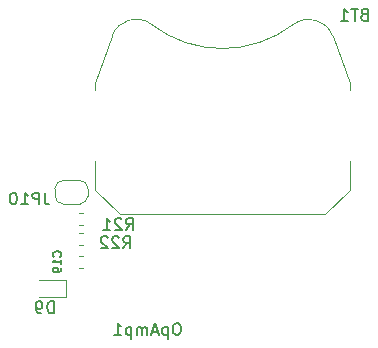
<source format=gbo>
G04 #@! TF.GenerationSoftware,KiCad,Pcbnew,(5.1.4)-1*
G04 #@! TF.CreationDate,2020-01-30T13:19:47+01:00*
G04 #@! TF.ProjectId,teensy4_header_breakout,7465656e-7379-4345-9f68-65616465725f,rev?*
G04 #@! TF.SameCoordinates,Original*
G04 #@! TF.FileFunction,Legend,Bot*
G04 #@! TF.FilePolarity,Positive*
%FSLAX46Y46*%
G04 Gerber Fmt 4.6, Leading zero omitted, Abs format (unit mm)*
G04 Created by KiCad (PCBNEW (5.1.4)-1) date 2020-01-30 13:19:47*
%MOMM*%
%LPD*%
G04 APERTURE LIST*
%ADD10C,0.120000*%
%ADD11C,0.100000*%
%ADD12C,0.150000*%
G04 APERTURE END LIST*
D10*
X129150380Y-96980680D02*
X126865380Y-96980680D01*
X129150380Y-95510680D02*
X129150380Y-96980680D01*
X126865380Y-95510680D02*
X129150380Y-95510680D01*
X130589139Y-92559600D02*
X130263581Y-92559600D01*
X130589139Y-91539600D02*
X130263581Y-91539600D01*
X130279021Y-89830180D02*
X130604579Y-89830180D01*
X130279021Y-90850180D02*
X130604579Y-90850180D01*
X128952000Y-89077040D02*
X130352000Y-89077040D01*
X131052000Y-88377040D02*
X131052000Y-87777040D01*
X130352000Y-87077040D02*
X128952000Y-87077040D01*
X128252000Y-87777040D02*
X128252000Y-88377040D01*
X128252000Y-88377040D02*
G75*
G03X128952000Y-89077040I700000J0D01*
G01*
X128952000Y-87077040D02*
G75*
G03X128252000Y-87777040I0J-700000D01*
G01*
X131052000Y-87777040D02*
G75*
G03X130352000Y-87077040I-700000J0D01*
G01*
X130352000Y-89077040D02*
G75*
G03X131052000Y-88377040I0J700000D01*
G01*
X130650199Y-94477300D02*
X130324641Y-94477300D01*
X130650199Y-93457300D02*
X130324641Y-93457300D01*
D11*
X153215580Y-79428080D02*
X153215580Y-78798080D01*
X153215580Y-87888080D02*
X153215580Y-85428080D01*
X131655580Y-79428080D02*
X131655580Y-78798080D01*
X131655580Y-87888080D02*
X131655580Y-85428080D01*
X151760824Y-74839911D02*
G75*
G03X148435580Y-73878080I-2015244J-738169D01*
G01*
X153215580Y-78798080D02*
X151775580Y-74848080D01*
X151135580Y-89968080D02*
X153215580Y-87888080D01*
X151135580Y-89968080D02*
X133735580Y-89968080D01*
X133735580Y-89968080D02*
X131655580Y-87888080D01*
X131655580Y-78798080D02*
X133095580Y-74848080D01*
X136432226Y-73861550D02*
G75*
G03X133095580Y-74848080I-1306646J-1716530D01*
G01*
X136430979Y-73874544D02*
G75*
G03X148435580Y-73878080I6004601J7806464D01*
G01*
D12*
X128152115Y-98321120D02*
X128152115Y-97321120D01*
X127914020Y-97321120D01*
X127771162Y-97368740D01*
X127675924Y-97463978D01*
X127628305Y-97559216D01*
X127580686Y-97749692D01*
X127580686Y-97892549D01*
X127628305Y-98083025D01*
X127675924Y-98178263D01*
X127771162Y-98273501D01*
X127914020Y-98321120D01*
X128152115Y-98321120D01*
X127104496Y-98321120D02*
X126914020Y-98321120D01*
X126818781Y-98273501D01*
X126771162Y-98225882D01*
X126675924Y-98083025D01*
X126628305Y-97892549D01*
X126628305Y-97511597D01*
X126675924Y-97416359D01*
X126723543Y-97368740D01*
X126818781Y-97321120D01*
X127009258Y-97321120D01*
X127104496Y-97368740D01*
X127152115Y-97416359D01*
X127199734Y-97511597D01*
X127199734Y-97749692D01*
X127152115Y-97844930D01*
X127104496Y-97892549D01*
X127009258Y-97940168D01*
X126818781Y-97940168D01*
X126723543Y-97892549D01*
X126675924Y-97844930D01*
X126628305Y-97749692D01*
X138672248Y-99160080D02*
X138481772Y-99160080D01*
X138386534Y-99207700D01*
X138291296Y-99302938D01*
X138243677Y-99493414D01*
X138243677Y-99826747D01*
X138291296Y-100017223D01*
X138386534Y-100112461D01*
X138481772Y-100160080D01*
X138672248Y-100160080D01*
X138767486Y-100112461D01*
X138862724Y-100017223D01*
X138910343Y-99826747D01*
X138910343Y-99493414D01*
X138862724Y-99302938D01*
X138767486Y-99207700D01*
X138672248Y-99160080D01*
X137815105Y-99493414D02*
X137815105Y-100493414D01*
X137815105Y-99541033D02*
X137719867Y-99493414D01*
X137529391Y-99493414D01*
X137434153Y-99541033D01*
X137386534Y-99588652D01*
X137338915Y-99683890D01*
X137338915Y-99969604D01*
X137386534Y-100064842D01*
X137434153Y-100112461D01*
X137529391Y-100160080D01*
X137719867Y-100160080D01*
X137815105Y-100112461D01*
X136957962Y-99874366D02*
X136481772Y-99874366D01*
X137053200Y-100160080D02*
X136719867Y-99160080D01*
X136386534Y-100160080D01*
X136053200Y-100160080D02*
X136053200Y-99493414D01*
X136053200Y-99588652D02*
X136005581Y-99541033D01*
X135910343Y-99493414D01*
X135767486Y-99493414D01*
X135672248Y-99541033D01*
X135624629Y-99636271D01*
X135624629Y-100160080D01*
X135624629Y-99636271D02*
X135577010Y-99541033D01*
X135481772Y-99493414D01*
X135338915Y-99493414D01*
X135243677Y-99541033D01*
X135196058Y-99636271D01*
X135196058Y-100160080D01*
X134719867Y-99493414D02*
X134719867Y-100493414D01*
X134719867Y-99541033D02*
X134624629Y-99493414D01*
X134434153Y-99493414D01*
X134338915Y-99541033D01*
X134291296Y-99588652D01*
X134243677Y-99683890D01*
X134243677Y-99969604D01*
X134291296Y-100064842D01*
X134338915Y-100112461D01*
X134434153Y-100160080D01*
X134624629Y-100160080D01*
X134719867Y-100112461D01*
X133291296Y-100160080D02*
X133862724Y-100160080D01*
X133577010Y-100160080D02*
X133577010Y-99160080D01*
X133672248Y-99302938D01*
X133767486Y-99398176D01*
X133862724Y-99445795D01*
X134040917Y-92827100D02*
X134374250Y-92350910D01*
X134612345Y-92827100D02*
X134612345Y-91827100D01*
X134231393Y-91827100D01*
X134136155Y-91874720D01*
X134088536Y-91922339D01*
X134040917Y-92017577D01*
X134040917Y-92160434D01*
X134088536Y-92255672D01*
X134136155Y-92303291D01*
X134231393Y-92350910D01*
X134612345Y-92350910D01*
X133659964Y-91922339D02*
X133612345Y-91874720D01*
X133517107Y-91827100D01*
X133279012Y-91827100D01*
X133183774Y-91874720D01*
X133136155Y-91922339D01*
X133088536Y-92017577D01*
X133088536Y-92112815D01*
X133136155Y-92255672D01*
X133707583Y-92827100D01*
X133088536Y-92827100D01*
X132707583Y-91922339D02*
X132659964Y-91874720D01*
X132564726Y-91827100D01*
X132326631Y-91827100D01*
X132231393Y-91874720D01*
X132183774Y-91922339D01*
X132136155Y-92017577D01*
X132136155Y-92112815D01*
X132183774Y-92255672D01*
X132755202Y-92827100D01*
X132136155Y-92827100D01*
X134264637Y-91287860D02*
X134597970Y-90811670D01*
X134836065Y-91287860D02*
X134836065Y-90287860D01*
X134455113Y-90287860D01*
X134359875Y-90335480D01*
X134312256Y-90383099D01*
X134264637Y-90478337D01*
X134264637Y-90621194D01*
X134312256Y-90716432D01*
X134359875Y-90764051D01*
X134455113Y-90811670D01*
X134836065Y-90811670D01*
X133883684Y-90383099D02*
X133836065Y-90335480D01*
X133740827Y-90287860D01*
X133502732Y-90287860D01*
X133407494Y-90335480D01*
X133359875Y-90383099D01*
X133312256Y-90478337D01*
X133312256Y-90573575D01*
X133359875Y-90716432D01*
X133931303Y-91287860D01*
X133312256Y-91287860D01*
X132359875Y-91287860D02*
X132931303Y-91287860D01*
X132645589Y-91287860D02*
X132645589Y-90287860D01*
X132740827Y-90430718D01*
X132836065Y-90525956D01*
X132931303Y-90573575D01*
X127392823Y-88106000D02*
X127392823Y-88820286D01*
X127440442Y-88963143D01*
X127535680Y-89058381D01*
X127678538Y-89106000D01*
X127773776Y-89106000D01*
X126916633Y-89106000D02*
X126916633Y-88106000D01*
X126535680Y-88106000D01*
X126440442Y-88153620D01*
X126392823Y-88201239D01*
X126345204Y-88296477D01*
X126345204Y-88439334D01*
X126392823Y-88534572D01*
X126440442Y-88582191D01*
X126535680Y-88629810D01*
X126916633Y-88629810D01*
X125392823Y-89106000D02*
X125964252Y-89106000D01*
X125678538Y-89106000D02*
X125678538Y-88106000D01*
X125773776Y-88248858D01*
X125869014Y-88344096D01*
X125964252Y-88391715D01*
X124773776Y-88106000D02*
X124678538Y-88106000D01*
X124583300Y-88153620D01*
X124535680Y-88201239D01*
X124488061Y-88296477D01*
X124440442Y-88486953D01*
X124440442Y-88725048D01*
X124488061Y-88915524D01*
X124535680Y-89010762D01*
X124583300Y-89058381D01*
X124678538Y-89106000D01*
X124773776Y-89106000D01*
X124869014Y-89058381D01*
X124916633Y-89010762D01*
X124964252Y-88915524D01*
X125011871Y-88725048D01*
X125011871Y-88486953D01*
X124964252Y-88296477D01*
X124916633Y-88201239D01*
X124869014Y-88153620D01*
X124773776Y-88106000D01*
X128715680Y-93524920D02*
X128749013Y-93491586D01*
X128782346Y-93391586D01*
X128782346Y-93324920D01*
X128749013Y-93224920D01*
X128682346Y-93158253D01*
X128615680Y-93124920D01*
X128482346Y-93091586D01*
X128382346Y-93091586D01*
X128249013Y-93124920D01*
X128182346Y-93158253D01*
X128115680Y-93224920D01*
X128082346Y-93324920D01*
X128082346Y-93391586D01*
X128115680Y-93491586D01*
X128149013Y-93524920D01*
X128782346Y-94191586D02*
X128782346Y-93791586D01*
X128782346Y-93991586D02*
X128082346Y-93991586D01*
X128182346Y-93924920D01*
X128249013Y-93858253D01*
X128282346Y-93791586D01*
X128782346Y-94524920D02*
X128782346Y-94658253D01*
X128749013Y-94724920D01*
X128715680Y-94758253D01*
X128615680Y-94824920D01*
X128482346Y-94858253D01*
X128215680Y-94858253D01*
X128149013Y-94824920D01*
X128115680Y-94791586D01*
X128082346Y-94724920D01*
X128082346Y-94591586D01*
X128115680Y-94524920D01*
X128149013Y-94491586D01*
X128215680Y-94458253D01*
X128382346Y-94458253D01*
X128449013Y-94491586D01*
X128482346Y-94524920D01*
X128515680Y-94591586D01*
X128515680Y-94724920D01*
X128482346Y-94791586D01*
X128449013Y-94824920D01*
X128382346Y-94858253D01*
X154435394Y-73029771D02*
X154292537Y-73077390D01*
X154244918Y-73125009D01*
X154197299Y-73220247D01*
X154197299Y-73363104D01*
X154244918Y-73458342D01*
X154292537Y-73505961D01*
X154387775Y-73553580D01*
X154768727Y-73553580D01*
X154768727Y-72553580D01*
X154435394Y-72553580D01*
X154340156Y-72601200D01*
X154292537Y-72648819D01*
X154244918Y-72744057D01*
X154244918Y-72839295D01*
X154292537Y-72934533D01*
X154340156Y-72982152D01*
X154435394Y-73029771D01*
X154768727Y-73029771D01*
X153911584Y-72553580D02*
X153340156Y-72553580D01*
X153625870Y-73553580D02*
X153625870Y-72553580D01*
X152483013Y-73553580D02*
X153054441Y-73553580D01*
X152768727Y-73553580D02*
X152768727Y-72553580D01*
X152863965Y-72696438D01*
X152959203Y-72791676D01*
X153054441Y-72839295D01*
M02*

</source>
